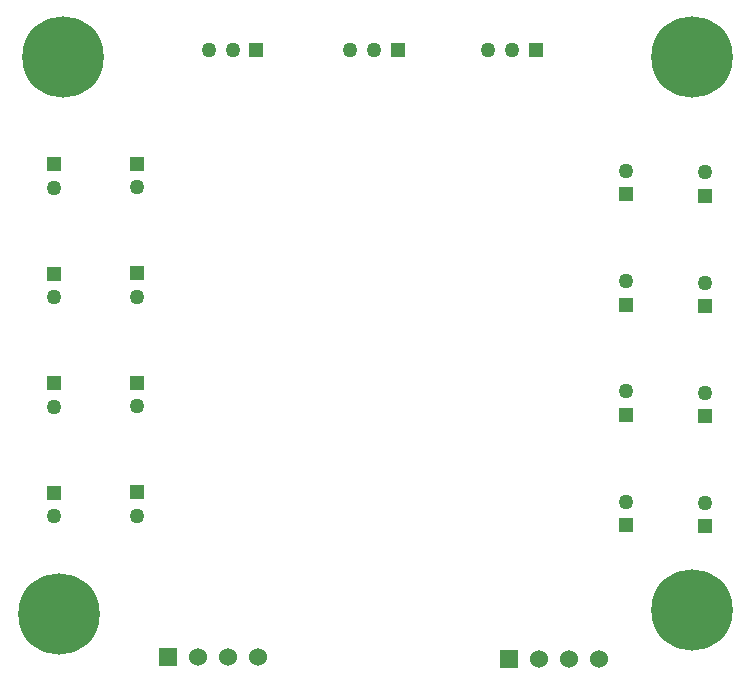
<source format=gbr>
%TF.GenerationSoftware,Altium Limited,Altium Designer,20.0.13 (296)*%
G04 Layer_Color=255*
%FSLAX25Y25*%
%MOIN*%
%TF.FileFunction,Pads,Bot*%
%TF.Part,Single*%
G01*
G75*
%TA.AperFunction,ComponentPad*%
%ADD26C,0.06000*%
%ADD27R,0.06000X0.06000*%
%ADD28C,0.27165*%
%ADD29C,0.05000*%
%ADD30R,0.05000X0.05000*%
%ADD31R,0.05000X0.05000*%
D26*
X586500Y156000D02*
D03*
X566500D02*
D03*
X576500D02*
D03*
X473000Y156500D02*
D03*
X453000D02*
D03*
X463000D02*
D03*
D27*
X556500Y156000D02*
D03*
X443000Y156500D02*
D03*
D28*
X617500Y356500D02*
D03*
X408122D02*
D03*
X406500Y171000D02*
D03*
X617500Y172378D02*
D03*
D29*
X432500Y240126D02*
D03*
Y203626D02*
D03*
Y276626D02*
D03*
Y313126D02*
D03*
X405000Y203500D02*
D03*
Y240000D02*
D03*
Y313000D02*
D03*
Y276500D02*
D03*
X557626Y359000D02*
D03*
X549752D02*
D03*
X511626D02*
D03*
X503752D02*
D03*
X464500D02*
D03*
X456626D02*
D03*
X622000Y318083D02*
D03*
Y281374D02*
D03*
X595500Y318665D02*
D03*
Y281874D02*
D03*
Y245083D02*
D03*
X622000Y244665D02*
D03*
X595500Y208291D02*
D03*
X622000Y207957D02*
D03*
D30*
X432500Y248000D02*
D03*
Y211500D02*
D03*
Y284500D02*
D03*
Y321000D02*
D03*
X405000Y211374D02*
D03*
Y247874D02*
D03*
Y320874D02*
D03*
Y284374D02*
D03*
X622000Y310209D02*
D03*
Y273500D02*
D03*
X595500Y310791D02*
D03*
Y274000D02*
D03*
Y237209D02*
D03*
X622000Y236791D02*
D03*
X595500Y200417D02*
D03*
X622000Y200083D02*
D03*
D31*
X565500Y359000D02*
D03*
X519500D02*
D03*
X472374D02*
D03*
%TF.MD5,ce2bdcbfabc41a432767724263c82e51*%
M02*

</source>
